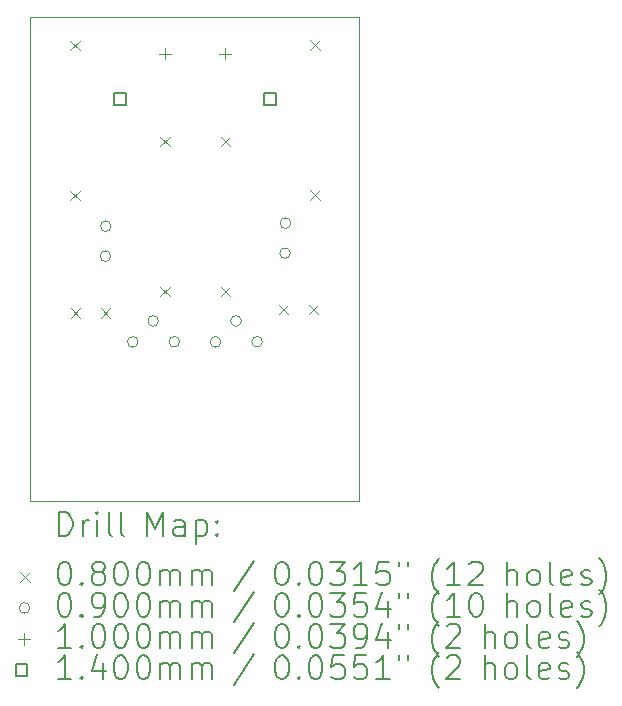
<source format=gbr>
%TF.GenerationSoftware,KiCad,Pcbnew,(7.0.0)*%
%TF.CreationDate,2023-03-16T10:53:54+00:00*%
%TF.ProjectId,kit-soldadura-pcb,6b69742d-736f-46c6-9461-647572612d70,rev?*%
%TF.SameCoordinates,Original*%
%TF.FileFunction,Drillmap*%
%TF.FilePolarity,Positive*%
%FSLAX45Y45*%
G04 Gerber Fmt 4.5, Leading zero omitted, Abs format (unit mm)*
G04 Created by KiCad (PCBNEW (7.0.0)) date 2023-03-16 10:53:54*
%MOMM*%
%LPD*%
G01*
G04 APERTURE LIST*
%ADD10C,0.100000*%
%ADD11C,0.200000*%
%ADD12C,0.080000*%
%ADD13C,0.090000*%
%ADD14C,0.140000*%
G04 APERTURE END LIST*
D10*
X13530000Y-7651614D02*
X16312000Y-7651614D01*
X16312000Y-7651614D02*
X16312000Y-11743614D01*
X16312000Y-11743614D02*
X13530000Y-11743614D01*
X13530000Y-11743614D02*
X13530000Y-7651614D01*
D11*
D12*
X13867000Y-7852614D02*
X13947000Y-7932614D01*
X13947000Y-7852614D02*
X13867000Y-7932614D01*
X13867000Y-9122614D02*
X13947000Y-9202614D01*
X13947000Y-9122614D02*
X13867000Y-9202614D01*
X13872080Y-10114287D02*
X13952080Y-10194287D01*
X13952080Y-10114287D02*
X13872080Y-10194287D01*
X14124508Y-10114287D02*
X14204508Y-10194287D01*
X14204508Y-10114287D02*
X14124508Y-10194287D01*
X14629000Y-8662678D02*
X14709000Y-8742678D01*
X14709000Y-8662678D02*
X14629000Y-8742678D01*
X14629000Y-9932678D02*
X14709000Y-10012678D01*
X14709000Y-9932678D02*
X14629000Y-10012678D01*
X15141338Y-8662275D02*
X15221338Y-8742275D01*
X15221338Y-8662275D02*
X15141338Y-8742275D01*
X15141338Y-9932275D02*
X15221338Y-10012275D01*
X15221338Y-9932275D02*
X15141338Y-10012275D01*
X15634412Y-10086000D02*
X15714412Y-10166000D01*
X15714412Y-10086000D02*
X15634412Y-10166000D01*
X15886839Y-10086000D02*
X15966839Y-10166000D01*
X15966839Y-10086000D02*
X15886839Y-10166000D01*
X15901500Y-7845007D02*
X15981500Y-7925007D01*
X15981500Y-7845007D02*
X15901500Y-7925007D01*
X15901500Y-9115007D02*
X15981500Y-9195007D01*
X15981500Y-9115007D02*
X15901500Y-9195007D01*
D13*
X14210093Y-9673907D02*
G75*
G03*
X14210093Y-9673907I-45000J0D01*
G01*
X14213427Y-9419907D02*
G75*
G03*
X14213427Y-9419907I-45000J0D01*
G01*
X14441613Y-10400137D02*
G75*
G03*
X14441613Y-10400137I-45000J0D01*
G01*
X14614783Y-10222450D02*
G75*
G03*
X14614783Y-10222450I-45000J0D01*
G01*
X14793976Y-10398632D02*
G75*
G03*
X14793976Y-10398632I-45000J0D01*
G01*
X15142499Y-10400137D02*
G75*
G03*
X15142499Y-10400137I-45000J0D01*
G01*
X15315669Y-10222450D02*
G75*
G03*
X15315669Y-10222450I-45000J0D01*
G01*
X15494862Y-10398632D02*
G75*
G03*
X15494862Y-10398632I-45000J0D01*
G01*
X15731613Y-9648614D02*
G75*
G03*
X15731613Y-9648614I-45000J0D01*
G01*
X15734947Y-9394614D02*
G75*
G03*
X15734947Y-9394614I-45000J0D01*
G01*
D10*
X14669000Y-7908614D02*
X14669000Y-8008614D01*
X14619000Y-7958614D02*
X14719000Y-7958614D01*
X15177000Y-7908614D02*
X15177000Y-8008614D01*
X15127000Y-7958614D02*
X15227000Y-7958614D01*
D14*
X14337498Y-8394112D02*
X14337498Y-8295116D01*
X14238502Y-8295116D01*
X14238502Y-8394112D01*
X14337498Y-8394112D01*
X15607498Y-8394112D02*
X15607498Y-8295116D01*
X15508502Y-8295116D01*
X15508502Y-8394112D01*
X15607498Y-8394112D01*
D11*
X13772619Y-12042090D02*
X13772619Y-11842090D01*
X13772619Y-11842090D02*
X13820238Y-11842090D01*
X13820238Y-11842090D02*
X13848809Y-11851614D01*
X13848809Y-11851614D02*
X13867857Y-11870661D01*
X13867857Y-11870661D02*
X13877381Y-11889709D01*
X13877381Y-11889709D02*
X13886905Y-11927804D01*
X13886905Y-11927804D02*
X13886905Y-11956376D01*
X13886905Y-11956376D02*
X13877381Y-11994471D01*
X13877381Y-11994471D02*
X13867857Y-12013518D01*
X13867857Y-12013518D02*
X13848809Y-12032566D01*
X13848809Y-12032566D02*
X13820238Y-12042090D01*
X13820238Y-12042090D02*
X13772619Y-12042090D01*
X13972619Y-12042090D02*
X13972619Y-11908756D01*
X13972619Y-11946852D02*
X13982143Y-11927804D01*
X13982143Y-11927804D02*
X13991667Y-11918280D01*
X13991667Y-11918280D02*
X14010714Y-11908756D01*
X14010714Y-11908756D02*
X14029762Y-11908756D01*
X14096428Y-12042090D02*
X14096428Y-11908756D01*
X14096428Y-11842090D02*
X14086905Y-11851614D01*
X14086905Y-11851614D02*
X14096428Y-11861137D01*
X14096428Y-11861137D02*
X14105952Y-11851614D01*
X14105952Y-11851614D02*
X14096428Y-11842090D01*
X14096428Y-11842090D02*
X14096428Y-11861137D01*
X14220238Y-12042090D02*
X14201190Y-12032566D01*
X14201190Y-12032566D02*
X14191667Y-12013518D01*
X14191667Y-12013518D02*
X14191667Y-11842090D01*
X14325000Y-12042090D02*
X14305952Y-12032566D01*
X14305952Y-12032566D02*
X14296428Y-12013518D01*
X14296428Y-12013518D02*
X14296428Y-11842090D01*
X14521190Y-12042090D02*
X14521190Y-11842090D01*
X14521190Y-11842090D02*
X14587857Y-11984947D01*
X14587857Y-11984947D02*
X14654524Y-11842090D01*
X14654524Y-11842090D02*
X14654524Y-12042090D01*
X14835476Y-12042090D02*
X14835476Y-11937328D01*
X14835476Y-11937328D02*
X14825952Y-11918280D01*
X14825952Y-11918280D02*
X14806905Y-11908756D01*
X14806905Y-11908756D02*
X14768809Y-11908756D01*
X14768809Y-11908756D02*
X14749762Y-11918280D01*
X14835476Y-12032566D02*
X14816428Y-12042090D01*
X14816428Y-12042090D02*
X14768809Y-12042090D01*
X14768809Y-12042090D02*
X14749762Y-12032566D01*
X14749762Y-12032566D02*
X14740238Y-12013518D01*
X14740238Y-12013518D02*
X14740238Y-11994471D01*
X14740238Y-11994471D02*
X14749762Y-11975423D01*
X14749762Y-11975423D02*
X14768809Y-11965899D01*
X14768809Y-11965899D02*
X14816428Y-11965899D01*
X14816428Y-11965899D02*
X14835476Y-11956376D01*
X14930714Y-11908756D02*
X14930714Y-12108756D01*
X14930714Y-11918280D02*
X14949762Y-11908756D01*
X14949762Y-11908756D02*
X14987857Y-11908756D01*
X14987857Y-11908756D02*
X15006905Y-11918280D01*
X15006905Y-11918280D02*
X15016428Y-11927804D01*
X15016428Y-11927804D02*
X15025952Y-11946852D01*
X15025952Y-11946852D02*
X15025952Y-12003995D01*
X15025952Y-12003995D02*
X15016428Y-12023042D01*
X15016428Y-12023042D02*
X15006905Y-12032566D01*
X15006905Y-12032566D02*
X14987857Y-12042090D01*
X14987857Y-12042090D02*
X14949762Y-12042090D01*
X14949762Y-12042090D02*
X14930714Y-12032566D01*
X15111667Y-12023042D02*
X15121190Y-12032566D01*
X15121190Y-12032566D02*
X15111667Y-12042090D01*
X15111667Y-12042090D02*
X15102143Y-12032566D01*
X15102143Y-12032566D02*
X15111667Y-12023042D01*
X15111667Y-12023042D02*
X15111667Y-12042090D01*
X15111667Y-11918280D02*
X15121190Y-11927804D01*
X15121190Y-11927804D02*
X15111667Y-11937328D01*
X15111667Y-11937328D02*
X15102143Y-11927804D01*
X15102143Y-11927804D02*
X15111667Y-11918280D01*
X15111667Y-11918280D02*
X15111667Y-11937328D01*
D12*
X13445000Y-12348614D02*
X13525000Y-12428614D01*
X13525000Y-12348614D02*
X13445000Y-12428614D01*
D11*
X13810714Y-12262090D02*
X13829762Y-12262090D01*
X13829762Y-12262090D02*
X13848809Y-12271614D01*
X13848809Y-12271614D02*
X13858333Y-12281137D01*
X13858333Y-12281137D02*
X13867857Y-12300185D01*
X13867857Y-12300185D02*
X13877381Y-12338280D01*
X13877381Y-12338280D02*
X13877381Y-12385899D01*
X13877381Y-12385899D02*
X13867857Y-12423995D01*
X13867857Y-12423995D02*
X13858333Y-12443042D01*
X13858333Y-12443042D02*
X13848809Y-12452566D01*
X13848809Y-12452566D02*
X13829762Y-12462090D01*
X13829762Y-12462090D02*
X13810714Y-12462090D01*
X13810714Y-12462090D02*
X13791667Y-12452566D01*
X13791667Y-12452566D02*
X13782143Y-12443042D01*
X13782143Y-12443042D02*
X13772619Y-12423995D01*
X13772619Y-12423995D02*
X13763095Y-12385899D01*
X13763095Y-12385899D02*
X13763095Y-12338280D01*
X13763095Y-12338280D02*
X13772619Y-12300185D01*
X13772619Y-12300185D02*
X13782143Y-12281137D01*
X13782143Y-12281137D02*
X13791667Y-12271614D01*
X13791667Y-12271614D02*
X13810714Y-12262090D01*
X13963095Y-12443042D02*
X13972619Y-12452566D01*
X13972619Y-12452566D02*
X13963095Y-12462090D01*
X13963095Y-12462090D02*
X13953571Y-12452566D01*
X13953571Y-12452566D02*
X13963095Y-12443042D01*
X13963095Y-12443042D02*
X13963095Y-12462090D01*
X14086905Y-12347804D02*
X14067857Y-12338280D01*
X14067857Y-12338280D02*
X14058333Y-12328756D01*
X14058333Y-12328756D02*
X14048809Y-12309709D01*
X14048809Y-12309709D02*
X14048809Y-12300185D01*
X14048809Y-12300185D02*
X14058333Y-12281137D01*
X14058333Y-12281137D02*
X14067857Y-12271614D01*
X14067857Y-12271614D02*
X14086905Y-12262090D01*
X14086905Y-12262090D02*
X14125000Y-12262090D01*
X14125000Y-12262090D02*
X14144048Y-12271614D01*
X14144048Y-12271614D02*
X14153571Y-12281137D01*
X14153571Y-12281137D02*
X14163095Y-12300185D01*
X14163095Y-12300185D02*
X14163095Y-12309709D01*
X14163095Y-12309709D02*
X14153571Y-12328756D01*
X14153571Y-12328756D02*
X14144048Y-12338280D01*
X14144048Y-12338280D02*
X14125000Y-12347804D01*
X14125000Y-12347804D02*
X14086905Y-12347804D01*
X14086905Y-12347804D02*
X14067857Y-12357328D01*
X14067857Y-12357328D02*
X14058333Y-12366852D01*
X14058333Y-12366852D02*
X14048809Y-12385899D01*
X14048809Y-12385899D02*
X14048809Y-12423995D01*
X14048809Y-12423995D02*
X14058333Y-12443042D01*
X14058333Y-12443042D02*
X14067857Y-12452566D01*
X14067857Y-12452566D02*
X14086905Y-12462090D01*
X14086905Y-12462090D02*
X14125000Y-12462090D01*
X14125000Y-12462090D02*
X14144048Y-12452566D01*
X14144048Y-12452566D02*
X14153571Y-12443042D01*
X14153571Y-12443042D02*
X14163095Y-12423995D01*
X14163095Y-12423995D02*
X14163095Y-12385899D01*
X14163095Y-12385899D02*
X14153571Y-12366852D01*
X14153571Y-12366852D02*
X14144048Y-12357328D01*
X14144048Y-12357328D02*
X14125000Y-12347804D01*
X14286905Y-12262090D02*
X14305952Y-12262090D01*
X14305952Y-12262090D02*
X14325000Y-12271614D01*
X14325000Y-12271614D02*
X14334524Y-12281137D01*
X14334524Y-12281137D02*
X14344048Y-12300185D01*
X14344048Y-12300185D02*
X14353571Y-12338280D01*
X14353571Y-12338280D02*
X14353571Y-12385899D01*
X14353571Y-12385899D02*
X14344048Y-12423995D01*
X14344048Y-12423995D02*
X14334524Y-12443042D01*
X14334524Y-12443042D02*
X14325000Y-12452566D01*
X14325000Y-12452566D02*
X14305952Y-12462090D01*
X14305952Y-12462090D02*
X14286905Y-12462090D01*
X14286905Y-12462090D02*
X14267857Y-12452566D01*
X14267857Y-12452566D02*
X14258333Y-12443042D01*
X14258333Y-12443042D02*
X14248809Y-12423995D01*
X14248809Y-12423995D02*
X14239286Y-12385899D01*
X14239286Y-12385899D02*
X14239286Y-12338280D01*
X14239286Y-12338280D02*
X14248809Y-12300185D01*
X14248809Y-12300185D02*
X14258333Y-12281137D01*
X14258333Y-12281137D02*
X14267857Y-12271614D01*
X14267857Y-12271614D02*
X14286905Y-12262090D01*
X14477381Y-12262090D02*
X14496429Y-12262090D01*
X14496429Y-12262090D02*
X14515476Y-12271614D01*
X14515476Y-12271614D02*
X14525000Y-12281137D01*
X14525000Y-12281137D02*
X14534524Y-12300185D01*
X14534524Y-12300185D02*
X14544048Y-12338280D01*
X14544048Y-12338280D02*
X14544048Y-12385899D01*
X14544048Y-12385899D02*
X14534524Y-12423995D01*
X14534524Y-12423995D02*
X14525000Y-12443042D01*
X14525000Y-12443042D02*
X14515476Y-12452566D01*
X14515476Y-12452566D02*
X14496429Y-12462090D01*
X14496429Y-12462090D02*
X14477381Y-12462090D01*
X14477381Y-12462090D02*
X14458333Y-12452566D01*
X14458333Y-12452566D02*
X14448809Y-12443042D01*
X14448809Y-12443042D02*
X14439286Y-12423995D01*
X14439286Y-12423995D02*
X14429762Y-12385899D01*
X14429762Y-12385899D02*
X14429762Y-12338280D01*
X14429762Y-12338280D02*
X14439286Y-12300185D01*
X14439286Y-12300185D02*
X14448809Y-12281137D01*
X14448809Y-12281137D02*
X14458333Y-12271614D01*
X14458333Y-12271614D02*
X14477381Y-12262090D01*
X14629762Y-12462090D02*
X14629762Y-12328756D01*
X14629762Y-12347804D02*
X14639286Y-12338280D01*
X14639286Y-12338280D02*
X14658333Y-12328756D01*
X14658333Y-12328756D02*
X14686905Y-12328756D01*
X14686905Y-12328756D02*
X14705952Y-12338280D01*
X14705952Y-12338280D02*
X14715476Y-12357328D01*
X14715476Y-12357328D02*
X14715476Y-12462090D01*
X14715476Y-12357328D02*
X14725000Y-12338280D01*
X14725000Y-12338280D02*
X14744048Y-12328756D01*
X14744048Y-12328756D02*
X14772619Y-12328756D01*
X14772619Y-12328756D02*
X14791667Y-12338280D01*
X14791667Y-12338280D02*
X14801190Y-12357328D01*
X14801190Y-12357328D02*
X14801190Y-12462090D01*
X14896429Y-12462090D02*
X14896429Y-12328756D01*
X14896429Y-12347804D02*
X14905952Y-12338280D01*
X14905952Y-12338280D02*
X14925000Y-12328756D01*
X14925000Y-12328756D02*
X14953571Y-12328756D01*
X14953571Y-12328756D02*
X14972619Y-12338280D01*
X14972619Y-12338280D02*
X14982143Y-12357328D01*
X14982143Y-12357328D02*
X14982143Y-12462090D01*
X14982143Y-12357328D02*
X14991667Y-12338280D01*
X14991667Y-12338280D02*
X15010714Y-12328756D01*
X15010714Y-12328756D02*
X15039286Y-12328756D01*
X15039286Y-12328756D02*
X15058333Y-12338280D01*
X15058333Y-12338280D02*
X15067857Y-12357328D01*
X15067857Y-12357328D02*
X15067857Y-12462090D01*
X15425952Y-12252566D02*
X15254524Y-12509709D01*
X15650714Y-12262090D02*
X15669762Y-12262090D01*
X15669762Y-12262090D02*
X15688810Y-12271614D01*
X15688810Y-12271614D02*
X15698333Y-12281137D01*
X15698333Y-12281137D02*
X15707857Y-12300185D01*
X15707857Y-12300185D02*
X15717381Y-12338280D01*
X15717381Y-12338280D02*
X15717381Y-12385899D01*
X15717381Y-12385899D02*
X15707857Y-12423995D01*
X15707857Y-12423995D02*
X15698333Y-12443042D01*
X15698333Y-12443042D02*
X15688810Y-12452566D01*
X15688810Y-12452566D02*
X15669762Y-12462090D01*
X15669762Y-12462090D02*
X15650714Y-12462090D01*
X15650714Y-12462090D02*
X15631667Y-12452566D01*
X15631667Y-12452566D02*
X15622143Y-12443042D01*
X15622143Y-12443042D02*
X15612619Y-12423995D01*
X15612619Y-12423995D02*
X15603095Y-12385899D01*
X15603095Y-12385899D02*
X15603095Y-12338280D01*
X15603095Y-12338280D02*
X15612619Y-12300185D01*
X15612619Y-12300185D02*
X15622143Y-12281137D01*
X15622143Y-12281137D02*
X15631667Y-12271614D01*
X15631667Y-12271614D02*
X15650714Y-12262090D01*
X15803095Y-12443042D02*
X15812619Y-12452566D01*
X15812619Y-12452566D02*
X15803095Y-12462090D01*
X15803095Y-12462090D02*
X15793571Y-12452566D01*
X15793571Y-12452566D02*
X15803095Y-12443042D01*
X15803095Y-12443042D02*
X15803095Y-12462090D01*
X15936429Y-12262090D02*
X15955476Y-12262090D01*
X15955476Y-12262090D02*
X15974524Y-12271614D01*
X15974524Y-12271614D02*
X15984048Y-12281137D01*
X15984048Y-12281137D02*
X15993571Y-12300185D01*
X15993571Y-12300185D02*
X16003095Y-12338280D01*
X16003095Y-12338280D02*
X16003095Y-12385899D01*
X16003095Y-12385899D02*
X15993571Y-12423995D01*
X15993571Y-12423995D02*
X15984048Y-12443042D01*
X15984048Y-12443042D02*
X15974524Y-12452566D01*
X15974524Y-12452566D02*
X15955476Y-12462090D01*
X15955476Y-12462090D02*
X15936429Y-12462090D01*
X15936429Y-12462090D02*
X15917381Y-12452566D01*
X15917381Y-12452566D02*
X15907857Y-12443042D01*
X15907857Y-12443042D02*
X15898333Y-12423995D01*
X15898333Y-12423995D02*
X15888810Y-12385899D01*
X15888810Y-12385899D02*
X15888810Y-12338280D01*
X15888810Y-12338280D02*
X15898333Y-12300185D01*
X15898333Y-12300185D02*
X15907857Y-12281137D01*
X15907857Y-12281137D02*
X15917381Y-12271614D01*
X15917381Y-12271614D02*
X15936429Y-12262090D01*
X16069762Y-12262090D02*
X16193571Y-12262090D01*
X16193571Y-12262090D02*
X16126905Y-12338280D01*
X16126905Y-12338280D02*
X16155476Y-12338280D01*
X16155476Y-12338280D02*
X16174524Y-12347804D01*
X16174524Y-12347804D02*
X16184048Y-12357328D01*
X16184048Y-12357328D02*
X16193571Y-12376376D01*
X16193571Y-12376376D02*
X16193571Y-12423995D01*
X16193571Y-12423995D02*
X16184048Y-12443042D01*
X16184048Y-12443042D02*
X16174524Y-12452566D01*
X16174524Y-12452566D02*
X16155476Y-12462090D01*
X16155476Y-12462090D02*
X16098333Y-12462090D01*
X16098333Y-12462090D02*
X16079286Y-12452566D01*
X16079286Y-12452566D02*
X16069762Y-12443042D01*
X16384048Y-12462090D02*
X16269762Y-12462090D01*
X16326905Y-12462090D02*
X16326905Y-12262090D01*
X16326905Y-12262090D02*
X16307857Y-12290661D01*
X16307857Y-12290661D02*
X16288810Y-12309709D01*
X16288810Y-12309709D02*
X16269762Y-12319233D01*
X16565000Y-12262090D02*
X16469762Y-12262090D01*
X16469762Y-12262090D02*
X16460238Y-12357328D01*
X16460238Y-12357328D02*
X16469762Y-12347804D01*
X16469762Y-12347804D02*
X16488810Y-12338280D01*
X16488810Y-12338280D02*
X16536429Y-12338280D01*
X16536429Y-12338280D02*
X16555476Y-12347804D01*
X16555476Y-12347804D02*
X16565000Y-12357328D01*
X16565000Y-12357328D02*
X16574524Y-12376376D01*
X16574524Y-12376376D02*
X16574524Y-12423995D01*
X16574524Y-12423995D02*
X16565000Y-12443042D01*
X16565000Y-12443042D02*
X16555476Y-12452566D01*
X16555476Y-12452566D02*
X16536429Y-12462090D01*
X16536429Y-12462090D02*
X16488810Y-12462090D01*
X16488810Y-12462090D02*
X16469762Y-12452566D01*
X16469762Y-12452566D02*
X16460238Y-12443042D01*
X16650714Y-12262090D02*
X16650714Y-12300185D01*
X16726905Y-12262090D02*
X16726905Y-12300185D01*
X16989762Y-12538280D02*
X16980238Y-12528756D01*
X16980238Y-12528756D02*
X16961191Y-12500185D01*
X16961191Y-12500185D02*
X16951667Y-12481137D01*
X16951667Y-12481137D02*
X16942143Y-12452566D01*
X16942143Y-12452566D02*
X16932619Y-12404947D01*
X16932619Y-12404947D02*
X16932619Y-12366852D01*
X16932619Y-12366852D02*
X16942143Y-12319233D01*
X16942143Y-12319233D02*
X16951667Y-12290661D01*
X16951667Y-12290661D02*
X16961191Y-12271614D01*
X16961191Y-12271614D02*
X16980238Y-12243042D01*
X16980238Y-12243042D02*
X16989762Y-12233518D01*
X17170714Y-12462090D02*
X17056429Y-12462090D01*
X17113572Y-12462090D02*
X17113572Y-12262090D01*
X17113572Y-12262090D02*
X17094524Y-12290661D01*
X17094524Y-12290661D02*
X17075476Y-12309709D01*
X17075476Y-12309709D02*
X17056429Y-12319233D01*
X17246905Y-12281137D02*
X17256429Y-12271614D01*
X17256429Y-12271614D02*
X17275476Y-12262090D01*
X17275476Y-12262090D02*
X17323095Y-12262090D01*
X17323095Y-12262090D02*
X17342143Y-12271614D01*
X17342143Y-12271614D02*
X17351667Y-12281137D01*
X17351667Y-12281137D02*
X17361191Y-12300185D01*
X17361191Y-12300185D02*
X17361191Y-12319233D01*
X17361191Y-12319233D02*
X17351667Y-12347804D01*
X17351667Y-12347804D02*
X17237381Y-12462090D01*
X17237381Y-12462090D02*
X17361191Y-12462090D01*
X17566905Y-12462090D02*
X17566905Y-12262090D01*
X17652619Y-12462090D02*
X17652619Y-12357328D01*
X17652619Y-12357328D02*
X17643095Y-12338280D01*
X17643095Y-12338280D02*
X17624048Y-12328756D01*
X17624048Y-12328756D02*
X17595476Y-12328756D01*
X17595476Y-12328756D02*
X17576429Y-12338280D01*
X17576429Y-12338280D02*
X17566905Y-12347804D01*
X17776429Y-12462090D02*
X17757381Y-12452566D01*
X17757381Y-12452566D02*
X17747857Y-12443042D01*
X17747857Y-12443042D02*
X17738334Y-12423995D01*
X17738334Y-12423995D02*
X17738334Y-12366852D01*
X17738334Y-12366852D02*
X17747857Y-12347804D01*
X17747857Y-12347804D02*
X17757381Y-12338280D01*
X17757381Y-12338280D02*
X17776429Y-12328756D01*
X17776429Y-12328756D02*
X17805000Y-12328756D01*
X17805000Y-12328756D02*
X17824048Y-12338280D01*
X17824048Y-12338280D02*
X17833572Y-12347804D01*
X17833572Y-12347804D02*
X17843095Y-12366852D01*
X17843095Y-12366852D02*
X17843095Y-12423995D01*
X17843095Y-12423995D02*
X17833572Y-12443042D01*
X17833572Y-12443042D02*
X17824048Y-12452566D01*
X17824048Y-12452566D02*
X17805000Y-12462090D01*
X17805000Y-12462090D02*
X17776429Y-12462090D01*
X17957381Y-12462090D02*
X17938334Y-12452566D01*
X17938334Y-12452566D02*
X17928810Y-12433518D01*
X17928810Y-12433518D02*
X17928810Y-12262090D01*
X18109762Y-12452566D02*
X18090715Y-12462090D01*
X18090715Y-12462090D02*
X18052619Y-12462090D01*
X18052619Y-12462090D02*
X18033572Y-12452566D01*
X18033572Y-12452566D02*
X18024048Y-12433518D01*
X18024048Y-12433518D02*
X18024048Y-12357328D01*
X18024048Y-12357328D02*
X18033572Y-12338280D01*
X18033572Y-12338280D02*
X18052619Y-12328756D01*
X18052619Y-12328756D02*
X18090715Y-12328756D01*
X18090715Y-12328756D02*
X18109762Y-12338280D01*
X18109762Y-12338280D02*
X18119286Y-12357328D01*
X18119286Y-12357328D02*
X18119286Y-12376376D01*
X18119286Y-12376376D02*
X18024048Y-12395423D01*
X18195476Y-12452566D02*
X18214524Y-12462090D01*
X18214524Y-12462090D02*
X18252619Y-12462090D01*
X18252619Y-12462090D02*
X18271667Y-12452566D01*
X18271667Y-12452566D02*
X18281191Y-12433518D01*
X18281191Y-12433518D02*
X18281191Y-12423995D01*
X18281191Y-12423995D02*
X18271667Y-12404947D01*
X18271667Y-12404947D02*
X18252619Y-12395423D01*
X18252619Y-12395423D02*
X18224048Y-12395423D01*
X18224048Y-12395423D02*
X18205000Y-12385899D01*
X18205000Y-12385899D02*
X18195476Y-12366852D01*
X18195476Y-12366852D02*
X18195476Y-12357328D01*
X18195476Y-12357328D02*
X18205000Y-12338280D01*
X18205000Y-12338280D02*
X18224048Y-12328756D01*
X18224048Y-12328756D02*
X18252619Y-12328756D01*
X18252619Y-12328756D02*
X18271667Y-12338280D01*
X18347857Y-12538280D02*
X18357381Y-12528756D01*
X18357381Y-12528756D02*
X18376429Y-12500185D01*
X18376429Y-12500185D02*
X18385953Y-12481137D01*
X18385953Y-12481137D02*
X18395476Y-12452566D01*
X18395476Y-12452566D02*
X18405000Y-12404947D01*
X18405000Y-12404947D02*
X18405000Y-12366852D01*
X18405000Y-12366852D02*
X18395476Y-12319233D01*
X18395476Y-12319233D02*
X18385953Y-12290661D01*
X18385953Y-12290661D02*
X18376429Y-12271614D01*
X18376429Y-12271614D02*
X18357381Y-12243042D01*
X18357381Y-12243042D02*
X18347857Y-12233518D01*
D13*
X13525000Y-12652614D02*
G75*
G03*
X13525000Y-12652614I-45000J0D01*
G01*
D11*
X13810714Y-12526090D02*
X13829762Y-12526090D01*
X13829762Y-12526090D02*
X13848809Y-12535614D01*
X13848809Y-12535614D02*
X13858333Y-12545137D01*
X13858333Y-12545137D02*
X13867857Y-12564185D01*
X13867857Y-12564185D02*
X13877381Y-12602280D01*
X13877381Y-12602280D02*
X13877381Y-12649899D01*
X13877381Y-12649899D02*
X13867857Y-12687995D01*
X13867857Y-12687995D02*
X13858333Y-12707042D01*
X13858333Y-12707042D02*
X13848809Y-12716566D01*
X13848809Y-12716566D02*
X13829762Y-12726090D01*
X13829762Y-12726090D02*
X13810714Y-12726090D01*
X13810714Y-12726090D02*
X13791667Y-12716566D01*
X13791667Y-12716566D02*
X13782143Y-12707042D01*
X13782143Y-12707042D02*
X13772619Y-12687995D01*
X13772619Y-12687995D02*
X13763095Y-12649899D01*
X13763095Y-12649899D02*
X13763095Y-12602280D01*
X13763095Y-12602280D02*
X13772619Y-12564185D01*
X13772619Y-12564185D02*
X13782143Y-12545137D01*
X13782143Y-12545137D02*
X13791667Y-12535614D01*
X13791667Y-12535614D02*
X13810714Y-12526090D01*
X13963095Y-12707042D02*
X13972619Y-12716566D01*
X13972619Y-12716566D02*
X13963095Y-12726090D01*
X13963095Y-12726090D02*
X13953571Y-12716566D01*
X13953571Y-12716566D02*
X13963095Y-12707042D01*
X13963095Y-12707042D02*
X13963095Y-12726090D01*
X14067857Y-12726090D02*
X14105952Y-12726090D01*
X14105952Y-12726090D02*
X14125000Y-12716566D01*
X14125000Y-12716566D02*
X14134524Y-12707042D01*
X14134524Y-12707042D02*
X14153571Y-12678471D01*
X14153571Y-12678471D02*
X14163095Y-12640376D01*
X14163095Y-12640376D02*
X14163095Y-12564185D01*
X14163095Y-12564185D02*
X14153571Y-12545137D01*
X14153571Y-12545137D02*
X14144048Y-12535614D01*
X14144048Y-12535614D02*
X14125000Y-12526090D01*
X14125000Y-12526090D02*
X14086905Y-12526090D01*
X14086905Y-12526090D02*
X14067857Y-12535614D01*
X14067857Y-12535614D02*
X14058333Y-12545137D01*
X14058333Y-12545137D02*
X14048809Y-12564185D01*
X14048809Y-12564185D02*
X14048809Y-12611804D01*
X14048809Y-12611804D02*
X14058333Y-12630852D01*
X14058333Y-12630852D02*
X14067857Y-12640376D01*
X14067857Y-12640376D02*
X14086905Y-12649899D01*
X14086905Y-12649899D02*
X14125000Y-12649899D01*
X14125000Y-12649899D02*
X14144048Y-12640376D01*
X14144048Y-12640376D02*
X14153571Y-12630852D01*
X14153571Y-12630852D02*
X14163095Y-12611804D01*
X14286905Y-12526090D02*
X14305952Y-12526090D01*
X14305952Y-12526090D02*
X14325000Y-12535614D01*
X14325000Y-12535614D02*
X14334524Y-12545137D01*
X14334524Y-12545137D02*
X14344048Y-12564185D01*
X14344048Y-12564185D02*
X14353571Y-12602280D01*
X14353571Y-12602280D02*
X14353571Y-12649899D01*
X14353571Y-12649899D02*
X14344048Y-12687995D01*
X14344048Y-12687995D02*
X14334524Y-12707042D01*
X14334524Y-12707042D02*
X14325000Y-12716566D01*
X14325000Y-12716566D02*
X14305952Y-12726090D01*
X14305952Y-12726090D02*
X14286905Y-12726090D01*
X14286905Y-12726090D02*
X14267857Y-12716566D01*
X14267857Y-12716566D02*
X14258333Y-12707042D01*
X14258333Y-12707042D02*
X14248809Y-12687995D01*
X14248809Y-12687995D02*
X14239286Y-12649899D01*
X14239286Y-12649899D02*
X14239286Y-12602280D01*
X14239286Y-12602280D02*
X14248809Y-12564185D01*
X14248809Y-12564185D02*
X14258333Y-12545137D01*
X14258333Y-12545137D02*
X14267857Y-12535614D01*
X14267857Y-12535614D02*
X14286905Y-12526090D01*
X14477381Y-12526090D02*
X14496429Y-12526090D01*
X14496429Y-12526090D02*
X14515476Y-12535614D01*
X14515476Y-12535614D02*
X14525000Y-12545137D01*
X14525000Y-12545137D02*
X14534524Y-12564185D01*
X14534524Y-12564185D02*
X14544048Y-12602280D01*
X14544048Y-12602280D02*
X14544048Y-12649899D01*
X14544048Y-12649899D02*
X14534524Y-12687995D01*
X14534524Y-12687995D02*
X14525000Y-12707042D01*
X14525000Y-12707042D02*
X14515476Y-12716566D01*
X14515476Y-12716566D02*
X14496429Y-12726090D01*
X14496429Y-12726090D02*
X14477381Y-12726090D01*
X14477381Y-12726090D02*
X14458333Y-12716566D01*
X14458333Y-12716566D02*
X14448809Y-12707042D01*
X14448809Y-12707042D02*
X14439286Y-12687995D01*
X14439286Y-12687995D02*
X14429762Y-12649899D01*
X14429762Y-12649899D02*
X14429762Y-12602280D01*
X14429762Y-12602280D02*
X14439286Y-12564185D01*
X14439286Y-12564185D02*
X14448809Y-12545137D01*
X14448809Y-12545137D02*
X14458333Y-12535614D01*
X14458333Y-12535614D02*
X14477381Y-12526090D01*
X14629762Y-12726090D02*
X14629762Y-12592756D01*
X14629762Y-12611804D02*
X14639286Y-12602280D01*
X14639286Y-12602280D02*
X14658333Y-12592756D01*
X14658333Y-12592756D02*
X14686905Y-12592756D01*
X14686905Y-12592756D02*
X14705952Y-12602280D01*
X14705952Y-12602280D02*
X14715476Y-12621328D01*
X14715476Y-12621328D02*
X14715476Y-12726090D01*
X14715476Y-12621328D02*
X14725000Y-12602280D01*
X14725000Y-12602280D02*
X14744048Y-12592756D01*
X14744048Y-12592756D02*
X14772619Y-12592756D01*
X14772619Y-12592756D02*
X14791667Y-12602280D01*
X14791667Y-12602280D02*
X14801190Y-12621328D01*
X14801190Y-12621328D02*
X14801190Y-12726090D01*
X14896429Y-12726090D02*
X14896429Y-12592756D01*
X14896429Y-12611804D02*
X14905952Y-12602280D01*
X14905952Y-12602280D02*
X14925000Y-12592756D01*
X14925000Y-12592756D02*
X14953571Y-12592756D01*
X14953571Y-12592756D02*
X14972619Y-12602280D01*
X14972619Y-12602280D02*
X14982143Y-12621328D01*
X14982143Y-12621328D02*
X14982143Y-12726090D01*
X14982143Y-12621328D02*
X14991667Y-12602280D01*
X14991667Y-12602280D02*
X15010714Y-12592756D01*
X15010714Y-12592756D02*
X15039286Y-12592756D01*
X15039286Y-12592756D02*
X15058333Y-12602280D01*
X15058333Y-12602280D02*
X15067857Y-12621328D01*
X15067857Y-12621328D02*
X15067857Y-12726090D01*
X15425952Y-12516566D02*
X15254524Y-12773709D01*
X15650714Y-12526090D02*
X15669762Y-12526090D01*
X15669762Y-12526090D02*
X15688810Y-12535614D01*
X15688810Y-12535614D02*
X15698333Y-12545137D01*
X15698333Y-12545137D02*
X15707857Y-12564185D01*
X15707857Y-12564185D02*
X15717381Y-12602280D01*
X15717381Y-12602280D02*
X15717381Y-12649899D01*
X15717381Y-12649899D02*
X15707857Y-12687995D01*
X15707857Y-12687995D02*
X15698333Y-12707042D01*
X15698333Y-12707042D02*
X15688810Y-12716566D01*
X15688810Y-12716566D02*
X15669762Y-12726090D01*
X15669762Y-12726090D02*
X15650714Y-12726090D01*
X15650714Y-12726090D02*
X15631667Y-12716566D01*
X15631667Y-12716566D02*
X15622143Y-12707042D01*
X15622143Y-12707042D02*
X15612619Y-12687995D01*
X15612619Y-12687995D02*
X15603095Y-12649899D01*
X15603095Y-12649899D02*
X15603095Y-12602280D01*
X15603095Y-12602280D02*
X15612619Y-12564185D01*
X15612619Y-12564185D02*
X15622143Y-12545137D01*
X15622143Y-12545137D02*
X15631667Y-12535614D01*
X15631667Y-12535614D02*
X15650714Y-12526090D01*
X15803095Y-12707042D02*
X15812619Y-12716566D01*
X15812619Y-12716566D02*
X15803095Y-12726090D01*
X15803095Y-12726090D02*
X15793571Y-12716566D01*
X15793571Y-12716566D02*
X15803095Y-12707042D01*
X15803095Y-12707042D02*
X15803095Y-12726090D01*
X15936429Y-12526090D02*
X15955476Y-12526090D01*
X15955476Y-12526090D02*
X15974524Y-12535614D01*
X15974524Y-12535614D02*
X15984048Y-12545137D01*
X15984048Y-12545137D02*
X15993571Y-12564185D01*
X15993571Y-12564185D02*
X16003095Y-12602280D01*
X16003095Y-12602280D02*
X16003095Y-12649899D01*
X16003095Y-12649899D02*
X15993571Y-12687995D01*
X15993571Y-12687995D02*
X15984048Y-12707042D01*
X15984048Y-12707042D02*
X15974524Y-12716566D01*
X15974524Y-12716566D02*
X15955476Y-12726090D01*
X15955476Y-12726090D02*
X15936429Y-12726090D01*
X15936429Y-12726090D02*
X15917381Y-12716566D01*
X15917381Y-12716566D02*
X15907857Y-12707042D01*
X15907857Y-12707042D02*
X15898333Y-12687995D01*
X15898333Y-12687995D02*
X15888810Y-12649899D01*
X15888810Y-12649899D02*
X15888810Y-12602280D01*
X15888810Y-12602280D02*
X15898333Y-12564185D01*
X15898333Y-12564185D02*
X15907857Y-12545137D01*
X15907857Y-12545137D02*
X15917381Y-12535614D01*
X15917381Y-12535614D02*
X15936429Y-12526090D01*
X16069762Y-12526090D02*
X16193571Y-12526090D01*
X16193571Y-12526090D02*
X16126905Y-12602280D01*
X16126905Y-12602280D02*
X16155476Y-12602280D01*
X16155476Y-12602280D02*
X16174524Y-12611804D01*
X16174524Y-12611804D02*
X16184048Y-12621328D01*
X16184048Y-12621328D02*
X16193571Y-12640376D01*
X16193571Y-12640376D02*
X16193571Y-12687995D01*
X16193571Y-12687995D02*
X16184048Y-12707042D01*
X16184048Y-12707042D02*
X16174524Y-12716566D01*
X16174524Y-12716566D02*
X16155476Y-12726090D01*
X16155476Y-12726090D02*
X16098333Y-12726090D01*
X16098333Y-12726090D02*
X16079286Y-12716566D01*
X16079286Y-12716566D02*
X16069762Y-12707042D01*
X16374524Y-12526090D02*
X16279286Y-12526090D01*
X16279286Y-12526090D02*
X16269762Y-12621328D01*
X16269762Y-12621328D02*
X16279286Y-12611804D01*
X16279286Y-12611804D02*
X16298333Y-12602280D01*
X16298333Y-12602280D02*
X16345952Y-12602280D01*
X16345952Y-12602280D02*
X16365000Y-12611804D01*
X16365000Y-12611804D02*
X16374524Y-12621328D01*
X16374524Y-12621328D02*
X16384048Y-12640376D01*
X16384048Y-12640376D02*
X16384048Y-12687995D01*
X16384048Y-12687995D02*
X16374524Y-12707042D01*
X16374524Y-12707042D02*
X16365000Y-12716566D01*
X16365000Y-12716566D02*
X16345952Y-12726090D01*
X16345952Y-12726090D02*
X16298333Y-12726090D01*
X16298333Y-12726090D02*
X16279286Y-12716566D01*
X16279286Y-12716566D02*
X16269762Y-12707042D01*
X16555476Y-12592756D02*
X16555476Y-12726090D01*
X16507857Y-12516566D02*
X16460238Y-12659423D01*
X16460238Y-12659423D02*
X16584048Y-12659423D01*
X16650714Y-12526090D02*
X16650714Y-12564185D01*
X16726905Y-12526090D02*
X16726905Y-12564185D01*
X16989762Y-12802280D02*
X16980238Y-12792756D01*
X16980238Y-12792756D02*
X16961191Y-12764185D01*
X16961191Y-12764185D02*
X16951667Y-12745137D01*
X16951667Y-12745137D02*
X16942143Y-12716566D01*
X16942143Y-12716566D02*
X16932619Y-12668947D01*
X16932619Y-12668947D02*
X16932619Y-12630852D01*
X16932619Y-12630852D02*
X16942143Y-12583233D01*
X16942143Y-12583233D02*
X16951667Y-12554661D01*
X16951667Y-12554661D02*
X16961191Y-12535614D01*
X16961191Y-12535614D02*
X16980238Y-12507042D01*
X16980238Y-12507042D02*
X16989762Y-12497518D01*
X17170714Y-12726090D02*
X17056429Y-12726090D01*
X17113572Y-12726090D02*
X17113572Y-12526090D01*
X17113572Y-12526090D02*
X17094524Y-12554661D01*
X17094524Y-12554661D02*
X17075476Y-12573709D01*
X17075476Y-12573709D02*
X17056429Y-12583233D01*
X17294524Y-12526090D02*
X17313572Y-12526090D01*
X17313572Y-12526090D02*
X17332619Y-12535614D01*
X17332619Y-12535614D02*
X17342143Y-12545137D01*
X17342143Y-12545137D02*
X17351667Y-12564185D01*
X17351667Y-12564185D02*
X17361191Y-12602280D01*
X17361191Y-12602280D02*
X17361191Y-12649899D01*
X17361191Y-12649899D02*
X17351667Y-12687995D01*
X17351667Y-12687995D02*
X17342143Y-12707042D01*
X17342143Y-12707042D02*
X17332619Y-12716566D01*
X17332619Y-12716566D02*
X17313572Y-12726090D01*
X17313572Y-12726090D02*
X17294524Y-12726090D01*
X17294524Y-12726090D02*
X17275476Y-12716566D01*
X17275476Y-12716566D02*
X17265953Y-12707042D01*
X17265953Y-12707042D02*
X17256429Y-12687995D01*
X17256429Y-12687995D02*
X17246905Y-12649899D01*
X17246905Y-12649899D02*
X17246905Y-12602280D01*
X17246905Y-12602280D02*
X17256429Y-12564185D01*
X17256429Y-12564185D02*
X17265953Y-12545137D01*
X17265953Y-12545137D02*
X17275476Y-12535614D01*
X17275476Y-12535614D02*
X17294524Y-12526090D01*
X17566905Y-12726090D02*
X17566905Y-12526090D01*
X17652619Y-12726090D02*
X17652619Y-12621328D01*
X17652619Y-12621328D02*
X17643095Y-12602280D01*
X17643095Y-12602280D02*
X17624048Y-12592756D01*
X17624048Y-12592756D02*
X17595476Y-12592756D01*
X17595476Y-12592756D02*
X17576429Y-12602280D01*
X17576429Y-12602280D02*
X17566905Y-12611804D01*
X17776429Y-12726090D02*
X17757381Y-12716566D01*
X17757381Y-12716566D02*
X17747857Y-12707042D01*
X17747857Y-12707042D02*
X17738334Y-12687995D01*
X17738334Y-12687995D02*
X17738334Y-12630852D01*
X17738334Y-12630852D02*
X17747857Y-12611804D01*
X17747857Y-12611804D02*
X17757381Y-12602280D01*
X17757381Y-12602280D02*
X17776429Y-12592756D01*
X17776429Y-12592756D02*
X17805000Y-12592756D01*
X17805000Y-12592756D02*
X17824048Y-12602280D01*
X17824048Y-12602280D02*
X17833572Y-12611804D01*
X17833572Y-12611804D02*
X17843095Y-12630852D01*
X17843095Y-12630852D02*
X17843095Y-12687995D01*
X17843095Y-12687995D02*
X17833572Y-12707042D01*
X17833572Y-12707042D02*
X17824048Y-12716566D01*
X17824048Y-12716566D02*
X17805000Y-12726090D01*
X17805000Y-12726090D02*
X17776429Y-12726090D01*
X17957381Y-12726090D02*
X17938334Y-12716566D01*
X17938334Y-12716566D02*
X17928810Y-12697518D01*
X17928810Y-12697518D02*
X17928810Y-12526090D01*
X18109762Y-12716566D02*
X18090715Y-12726090D01*
X18090715Y-12726090D02*
X18052619Y-12726090D01*
X18052619Y-12726090D02*
X18033572Y-12716566D01*
X18033572Y-12716566D02*
X18024048Y-12697518D01*
X18024048Y-12697518D02*
X18024048Y-12621328D01*
X18024048Y-12621328D02*
X18033572Y-12602280D01*
X18033572Y-12602280D02*
X18052619Y-12592756D01*
X18052619Y-12592756D02*
X18090715Y-12592756D01*
X18090715Y-12592756D02*
X18109762Y-12602280D01*
X18109762Y-12602280D02*
X18119286Y-12621328D01*
X18119286Y-12621328D02*
X18119286Y-12640376D01*
X18119286Y-12640376D02*
X18024048Y-12659423D01*
X18195476Y-12716566D02*
X18214524Y-12726090D01*
X18214524Y-12726090D02*
X18252619Y-12726090D01*
X18252619Y-12726090D02*
X18271667Y-12716566D01*
X18271667Y-12716566D02*
X18281191Y-12697518D01*
X18281191Y-12697518D02*
X18281191Y-12687995D01*
X18281191Y-12687995D02*
X18271667Y-12668947D01*
X18271667Y-12668947D02*
X18252619Y-12659423D01*
X18252619Y-12659423D02*
X18224048Y-12659423D01*
X18224048Y-12659423D02*
X18205000Y-12649899D01*
X18205000Y-12649899D02*
X18195476Y-12630852D01*
X18195476Y-12630852D02*
X18195476Y-12621328D01*
X18195476Y-12621328D02*
X18205000Y-12602280D01*
X18205000Y-12602280D02*
X18224048Y-12592756D01*
X18224048Y-12592756D02*
X18252619Y-12592756D01*
X18252619Y-12592756D02*
X18271667Y-12602280D01*
X18347857Y-12802280D02*
X18357381Y-12792756D01*
X18357381Y-12792756D02*
X18376429Y-12764185D01*
X18376429Y-12764185D02*
X18385953Y-12745137D01*
X18385953Y-12745137D02*
X18395476Y-12716566D01*
X18395476Y-12716566D02*
X18405000Y-12668947D01*
X18405000Y-12668947D02*
X18405000Y-12630852D01*
X18405000Y-12630852D02*
X18395476Y-12583233D01*
X18395476Y-12583233D02*
X18385953Y-12554661D01*
X18385953Y-12554661D02*
X18376429Y-12535614D01*
X18376429Y-12535614D02*
X18357381Y-12507042D01*
X18357381Y-12507042D02*
X18347857Y-12497518D01*
D10*
X13475000Y-12866614D02*
X13475000Y-12966614D01*
X13425000Y-12916614D02*
X13525000Y-12916614D01*
D11*
X13877381Y-12990090D02*
X13763095Y-12990090D01*
X13820238Y-12990090D02*
X13820238Y-12790090D01*
X13820238Y-12790090D02*
X13801190Y-12818661D01*
X13801190Y-12818661D02*
X13782143Y-12837709D01*
X13782143Y-12837709D02*
X13763095Y-12847233D01*
X13963095Y-12971042D02*
X13972619Y-12980566D01*
X13972619Y-12980566D02*
X13963095Y-12990090D01*
X13963095Y-12990090D02*
X13953571Y-12980566D01*
X13953571Y-12980566D02*
X13963095Y-12971042D01*
X13963095Y-12971042D02*
X13963095Y-12990090D01*
X14096428Y-12790090D02*
X14115476Y-12790090D01*
X14115476Y-12790090D02*
X14134524Y-12799614D01*
X14134524Y-12799614D02*
X14144048Y-12809137D01*
X14144048Y-12809137D02*
X14153571Y-12828185D01*
X14153571Y-12828185D02*
X14163095Y-12866280D01*
X14163095Y-12866280D02*
X14163095Y-12913899D01*
X14163095Y-12913899D02*
X14153571Y-12951995D01*
X14153571Y-12951995D02*
X14144048Y-12971042D01*
X14144048Y-12971042D02*
X14134524Y-12980566D01*
X14134524Y-12980566D02*
X14115476Y-12990090D01*
X14115476Y-12990090D02*
X14096428Y-12990090D01*
X14096428Y-12990090D02*
X14077381Y-12980566D01*
X14077381Y-12980566D02*
X14067857Y-12971042D01*
X14067857Y-12971042D02*
X14058333Y-12951995D01*
X14058333Y-12951995D02*
X14048809Y-12913899D01*
X14048809Y-12913899D02*
X14048809Y-12866280D01*
X14048809Y-12866280D02*
X14058333Y-12828185D01*
X14058333Y-12828185D02*
X14067857Y-12809137D01*
X14067857Y-12809137D02*
X14077381Y-12799614D01*
X14077381Y-12799614D02*
X14096428Y-12790090D01*
X14286905Y-12790090D02*
X14305952Y-12790090D01*
X14305952Y-12790090D02*
X14325000Y-12799614D01*
X14325000Y-12799614D02*
X14334524Y-12809137D01*
X14334524Y-12809137D02*
X14344048Y-12828185D01*
X14344048Y-12828185D02*
X14353571Y-12866280D01*
X14353571Y-12866280D02*
X14353571Y-12913899D01*
X14353571Y-12913899D02*
X14344048Y-12951995D01*
X14344048Y-12951995D02*
X14334524Y-12971042D01*
X14334524Y-12971042D02*
X14325000Y-12980566D01*
X14325000Y-12980566D02*
X14305952Y-12990090D01*
X14305952Y-12990090D02*
X14286905Y-12990090D01*
X14286905Y-12990090D02*
X14267857Y-12980566D01*
X14267857Y-12980566D02*
X14258333Y-12971042D01*
X14258333Y-12971042D02*
X14248809Y-12951995D01*
X14248809Y-12951995D02*
X14239286Y-12913899D01*
X14239286Y-12913899D02*
X14239286Y-12866280D01*
X14239286Y-12866280D02*
X14248809Y-12828185D01*
X14248809Y-12828185D02*
X14258333Y-12809137D01*
X14258333Y-12809137D02*
X14267857Y-12799614D01*
X14267857Y-12799614D02*
X14286905Y-12790090D01*
X14477381Y-12790090D02*
X14496429Y-12790090D01*
X14496429Y-12790090D02*
X14515476Y-12799614D01*
X14515476Y-12799614D02*
X14525000Y-12809137D01*
X14525000Y-12809137D02*
X14534524Y-12828185D01*
X14534524Y-12828185D02*
X14544048Y-12866280D01*
X14544048Y-12866280D02*
X14544048Y-12913899D01*
X14544048Y-12913899D02*
X14534524Y-12951995D01*
X14534524Y-12951995D02*
X14525000Y-12971042D01*
X14525000Y-12971042D02*
X14515476Y-12980566D01*
X14515476Y-12980566D02*
X14496429Y-12990090D01*
X14496429Y-12990090D02*
X14477381Y-12990090D01*
X14477381Y-12990090D02*
X14458333Y-12980566D01*
X14458333Y-12980566D02*
X14448809Y-12971042D01*
X14448809Y-12971042D02*
X14439286Y-12951995D01*
X14439286Y-12951995D02*
X14429762Y-12913899D01*
X14429762Y-12913899D02*
X14429762Y-12866280D01*
X14429762Y-12866280D02*
X14439286Y-12828185D01*
X14439286Y-12828185D02*
X14448809Y-12809137D01*
X14448809Y-12809137D02*
X14458333Y-12799614D01*
X14458333Y-12799614D02*
X14477381Y-12790090D01*
X14629762Y-12990090D02*
X14629762Y-12856756D01*
X14629762Y-12875804D02*
X14639286Y-12866280D01*
X14639286Y-12866280D02*
X14658333Y-12856756D01*
X14658333Y-12856756D02*
X14686905Y-12856756D01*
X14686905Y-12856756D02*
X14705952Y-12866280D01*
X14705952Y-12866280D02*
X14715476Y-12885328D01*
X14715476Y-12885328D02*
X14715476Y-12990090D01*
X14715476Y-12885328D02*
X14725000Y-12866280D01*
X14725000Y-12866280D02*
X14744048Y-12856756D01*
X14744048Y-12856756D02*
X14772619Y-12856756D01*
X14772619Y-12856756D02*
X14791667Y-12866280D01*
X14791667Y-12866280D02*
X14801190Y-12885328D01*
X14801190Y-12885328D02*
X14801190Y-12990090D01*
X14896429Y-12990090D02*
X14896429Y-12856756D01*
X14896429Y-12875804D02*
X14905952Y-12866280D01*
X14905952Y-12866280D02*
X14925000Y-12856756D01*
X14925000Y-12856756D02*
X14953571Y-12856756D01*
X14953571Y-12856756D02*
X14972619Y-12866280D01*
X14972619Y-12866280D02*
X14982143Y-12885328D01*
X14982143Y-12885328D02*
X14982143Y-12990090D01*
X14982143Y-12885328D02*
X14991667Y-12866280D01*
X14991667Y-12866280D02*
X15010714Y-12856756D01*
X15010714Y-12856756D02*
X15039286Y-12856756D01*
X15039286Y-12856756D02*
X15058333Y-12866280D01*
X15058333Y-12866280D02*
X15067857Y-12885328D01*
X15067857Y-12885328D02*
X15067857Y-12990090D01*
X15425952Y-12780566D02*
X15254524Y-13037709D01*
X15650714Y-12790090D02*
X15669762Y-12790090D01*
X15669762Y-12790090D02*
X15688810Y-12799614D01*
X15688810Y-12799614D02*
X15698333Y-12809137D01*
X15698333Y-12809137D02*
X15707857Y-12828185D01*
X15707857Y-12828185D02*
X15717381Y-12866280D01*
X15717381Y-12866280D02*
X15717381Y-12913899D01*
X15717381Y-12913899D02*
X15707857Y-12951995D01*
X15707857Y-12951995D02*
X15698333Y-12971042D01*
X15698333Y-12971042D02*
X15688810Y-12980566D01*
X15688810Y-12980566D02*
X15669762Y-12990090D01*
X15669762Y-12990090D02*
X15650714Y-12990090D01*
X15650714Y-12990090D02*
X15631667Y-12980566D01*
X15631667Y-12980566D02*
X15622143Y-12971042D01*
X15622143Y-12971042D02*
X15612619Y-12951995D01*
X15612619Y-12951995D02*
X15603095Y-12913899D01*
X15603095Y-12913899D02*
X15603095Y-12866280D01*
X15603095Y-12866280D02*
X15612619Y-12828185D01*
X15612619Y-12828185D02*
X15622143Y-12809137D01*
X15622143Y-12809137D02*
X15631667Y-12799614D01*
X15631667Y-12799614D02*
X15650714Y-12790090D01*
X15803095Y-12971042D02*
X15812619Y-12980566D01*
X15812619Y-12980566D02*
X15803095Y-12990090D01*
X15803095Y-12990090D02*
X15793571Y-12980566D01*
X15793571Y-12980566D02*
X15803095Y-12971042D01*
X15803095Y-12971042D02*
X15803095Y-12990090D01*
X15936429Y-12790090D02*
X15955476Y-12790090D01*
X15955476Y-12790090D02*
X15974524Y-12799614D01*
X15974524Y-12799614D02*
X15984048Y-12809137D01*
X15984048Y-12809137D02*
X15993571Y-12828185D01*
X15993571Y-12828185D02*
X16003095Y-12866280D01*
X16003095Y-12866280D02*
X16003095Y-12913899D01*
X16003095Y-12913899D02*
X15993571Y-12951995D01*
X15993571Y-12951995D02*
X15984048Y-12971042D01*
X15984048Y-12971042D02*
X15974524Y-12980566D01*
X15974524Y-12980566D02*
X15955476Y-12990090D01*
X15955476Y-12990090D02*
X15936429Y-12990090D01*
X15936429Y-12990090D02*
X15917381Y-12980566D01*
X15917381Y-12980566D02*
X15907857Y-12971042D01*
X15907857Y-12971042D02*
X15898333Y-12951995D01*
X15898333Y-12951995D02*
X15888810Y-12913899D01*
X15888810Y-12913899D02*
X15888810Y-12866280D01*
X15888810Y-12866280D02*
X15898333Y-12828185D01*
X15898333Y-12828185D02*
X15907857Y-12809137D01*
X15907857Y-12809137D02*
X15917381Y-12799614D01*
X15917381Y-12799614D02*
X15936429Y-12790090D01*
X16069762Y-12790090D02*
X16193571Y-12790090D01*
X16193571Y-12790090D02*
X16126905Y-12866280D01*
X16126905Y-12866280D02*
X16155476Y-12866280D01*
X16155476Y-12866280D02*
X16174524Y-12875804D01*
X16174524Y-12875804D02*
X16184048Y-12885328D01*
X16184048Y-12885328D02*
X16193571Y-12904376D01*
X16193571Y-12904376D02*
X16193571Y-12951995D01*
X16193571Y-12951995D02*
X16184048Y-12971042D01*
X16184048Y-12971042D02*
X16174524Y-12980566D01*
X16174524Y-12980566D02*
X16155476Y-12990090D01*
X16155476Y-12990090D02*
X16098333Y-12990090D01*
X16098333Y-12990090D02*
X16079286Y-12980566D01*
X16079286Y-12980566D02*
X16069762Y-12971042D01*
X16288810Y-12990090D02*
X16326905Y-12990090D01*
X16326905Y-12990090D02*
X16345952Y-12980566D01*
X16345952Y-12980566D02*
X16355476Y-12971042D01*
X16355476Y-12971042D02*
X16374524Y-12942471D01*
X16374524Y-12942471D02*
X16384048Y-12904376D01*
X16384048Y-12904376D02*
X16384048Y-12828185D01*
X16384048Y-12828185D02*
X16374524Y-12809137D01*
X16374524Y-12809137D02*
X16365000Y-12799614D01*
X16365000Y-12799614D02*
X16345952Y-12790090D01*
X16345952Y-12790090D02*
X16307857Y-12790090D01*
X16307857Y-12790090D02*
X16288810Y-12799614D01*
X16288810Y-12799614D02*
X16279286Y-12809137D01*
X16279286Y-12809137D02*
X16269762Y-12828185D01*
X16269762Y-12828185D02*
X16269762Y-12875804D01*
X16269762Y-12875804D02*
X16279286Y-12894852D01*
X16279286Y-12894852D02*
X16288810Y-12904376D01*
X16288810Y-12904376D02*
X16307857Y-12913899D01*
X16307857Y-12913899D02*
X16345952Y-12913899D01*
X16345952Y-12913899D02*
X16365000Y-12904376D01*
X16365000Y-12904376D02*
X16374524Y-12894852D01*
X16374524Y-12894852D02*
X16384048Y-12875804D01*
X16555476Y-12856756D02*
X16555476Y-12990090D01*
X16507857Y-12780566D02*
X16460238Y-12923423D01*
X16460238Y-12923423D02*
X16584048Y-12923423D01*
X16650714Y-12790090D02*
X16650714Y-12828185D01*
X16726905Y-12790090D02*
X16726905Y-12828185D01*
X16989762Y-13066280D02*
X16980238Y-13056756D01*
X16980238Y-13056756D02*
X16961191Y-13028185D01*
X16961191Y-13028185D02*
X16951667Y-13009137D01*
X16951667Y-13009137D02*
X16942143Y-12980566D01*
X16942143Y-12980566D02*
X16932619Y-12932947D01*
X16932619Y-12932947D02*
X16932619Y-12894852D01*
X16932619Y-12894852D02*
X16942143Y-12847233D01*
X16942143Y-12847233D02*
X16951667Y-12818661D01*
X16951667Y-12818661D02*
X16961191Y-12799614D01*
X16961191Y-12799614D02*
X16980238Y-12771042D01*
X16980238Y-12771042D02*
X16989762Y-12761518D01*
X17056429Y-12809137D02*
X17065953Y-12799614D01*
X17065953Y-12799614D02*
X17085000Y-12790090D01*
X17085000Y-12790090D02*
X17132619Y-12790090D01*
X17132619Y-12790090D02*
X17151667Y-12799614D01*
X17151667Y-12799614D02*
X17161191Y-12809137D01*
X17161191Y-12809137D02*
X17170714Y-12828185D01*
X17170714Y-12828185D02*
X17170714Y-12847233D01*
X17170714Y-12847233D02*
X17161191Y-12875804D01*
X17161191Y-12875804D02*
X17046905Y-12990090D01*
X17046905Y-12990090D02*
X17170714Y-12990090D01*
X17376429Y-12990090D02*
X17376429Y-12790090D01*
X17462143Y-12990090D02*
X17462143Y-12885328D01*
X17462143Y-12885328D02*
X17452619Y-12866280D01*
X17452619Y-12866280D02*
X17433572Y-12856756D01*
X17433572Y-12856756D02*
X17405000Y-12856756D01*
X17405000Y-12856756D02*
X17385953Y-12866280D01*
X17385953Y-12866280D02*
X17376429Y-12875804D01*
X17585953Y-12990090D02*
X17566905Y-12980566D01*
X17566905Y-12980566D02*
X17557381Y-12971042D01*
X17557381Y-12971042D02*
X17547857Y-12951995D01*
X17547857Y-12951995D02*
X17547857Y-12894852D01*
X17547857Y-12894852D02*
X17557381Y-12875804D01*
X17557381Y-12875804D02*
X17566905Y-12866280D01*
X17566905Y-12866280D02*
X17585953Y-12856756D01*
X17585953Y-12856756D02*
X17614524Y-12856756D01*
X17614524Y-12856756D02*
X17633572Y-12866280D01*
X17633572Y-12866280D02*
X17643095Y-12875804D01*
X17643095Y-12875804D02*
X17652619Y-12894852D01*
X17652619Y-12894852D02*
X17652619Y-12951995D01*
X17652619Y-12951995D02*
X17643095Y-12971042D01*
X17643095Y-12971042D02*
X17633572Y-12980566D01*
X17633572Y-12980566D02*
X17614524Y-12990090D01*
X17614524Y-12990090D02*
X17585953Y-12990090D01*
X17766905Y-12990090D02*
X17747857Y-12980566D01*
X17747857Y-12980566D02*
X17738334Y-12961518D01*
X17738334Y-12961518D02*
X17738334Y-12790090D01*
X17919286Y-12980566D02*
X17900238Y-12990090D01*
X17900238Y-12990090D02*
X17862143Y-12990090D01*
X17862143Y-12990090D02*
X17843095Y-12980566D01*
X17843095Y-12980566D02*
X17833572Y-12961518D01*
X17833572Y-12961518D02*
X17833572Y-12885328D01*
X17833572Y-12885328D02*
X17843095Y-12866280D01*
X17843095Y-12866280D02*
X17862143Y-12856756D01*
X17862143Y-12856756D02*
X17900238Y-12856756D01*
X17900238Y-12856756D02*
X17919286Y-12866280D01*
X17919286Y-12866280D02*
X17928810Y-12885328D01*
X17928810Y-12885328D02*
X17928810Y-12904376D01*
X17928810Y-12904376D02*
X17833572Y-12923423D01*
X18005000Y-12980566D02*
X18024048Y-12990090D01*
X18024048Y-12990090D02*
X18062143Y-12990090D01*
X18062143Y-12990090D02*
X18081191Y-12980566D01*
X18081191Y-12980566D02*
X18090715Y-12961518D01*
X18090715Y-12961518D02*
X18090715Y-12951995D01*
X18090715Y-12951995D02*
X18081191Y-12932947D01*
X18081191Y-12932947D02*
X18062143Y-12923423D01*
X18062143Y-12923423D02*
X18033572Y-12923423D01*
X18033572Y-12923423D02*
X18014524Y-12913899D01*
X18014524Y-12913899D02*
X18005000Y-12894852D01*
X18005000Y-12894852D02*
X18005000Y-12885328D01*
X18005000Y-12885328D02*
X18014524Y-12866280D01*
X18014524Y-12866280D02*
X18033572Y-12856756D01*
X18033572Y-12856756D02*
X18062143Y-12856756D01*
X18062143Y-12856756D02*
X18081191Y-12866280D01*
X18157381Y-13066280D02*
X18166905Y-13056756D01*
X18166905Y-13056756D02*
X18185953Y-13028185D01*
X18185953Y-13028185D02*
X18195476Y-13009137D01*
X18195476Y-13009137D02*
X18205000Y-12980566D01*
X18205000Y-12980566D02*
X18214524Y-12932947D01*
X18214524Y-12932947D02*
X18214524Y-12894852D01*
X18214524Y-12894852D02*
X18205000Y-12847233D01*
X18205000Y-12847233D02*
X18195476Y-12818661D01*
X18195476Y-12818661D02*
X18185953Y-12799614D01*
X18185953Y-12799614D02*
X18166905Y-12771042D01*
X18166905Y-12771042D02*
X18157381Y-12761518D01*
D14*
X13504498Y-13230112D02*
X13504498Y-13131116D01*
X13405502Y-13131116D01*
X13405502Y-13230112D01*
X13504498Y-13230112D01*
D11*
X13877381Y-13254090D02*
X13763095Y-13254090D01*
X13820238Y-13254090D02*
X13820238Y-13054090D01*
X13820238Y-13054090D02*
X13801190Y-13082661D01*
X13801190Y-13082661D02*
X13782143Y-13101709D01*
X13782143Y-13101709D02*
X13763095Y-13111233D01*
X13963095Y-13235042D02*
X13972619Y-13244566D01*
X13972619Y-13244566D02*
X13963095Y-13254090D01*
X13963095Y-13254090D02*
X13953571Y-13244566D01*
X13953571Y-13244566D02*
X13963095Y-13235042D01*
X13963095Y-13235042D02*
X13963095Y-13254090D01*
X14144048Y-13120756D02*
X14144048Y-13254090D01*
X14096428Y-13044566D02*
X14048809Y-13187423D01*
X14048809Y-13187423D02*
X14172619Y-13187423D01*
X14286905Y-13054090D02*
X14305952Y-13054090D01*
X14305952Y-13054090D02*
X14325000Y-13063614D01*
X14325000Y-13063614D02*
X14334524Y-13073137D01*
X14334524Y-13073137D02*
X14344048Y-13092185D01*
X14344048Y-13092185D02*
X14353571Y-13130280D01*
X14353571Y-13130280D02*
X14353571Y-13177899D01*
X14353571Y-13177899D02*
X14344048Y-13215995D01*
X14344048Y-13215995D02*
X14334524Y-13235042D01*
X14334524Y-13235042D02*
X14325000Y-13244566D01*
X14325000Y-13244566D02*
X14305952Y-13254090D01*
X14305952Y-13254090D02*
X14286905Y-13254090D01*
X14286905Y-13254090D02*
X14267857Y-13244566D01*
X14267857Y-13244566D02*
X14258333Y-13235042D01*
X14258333Y-13235042D02*
X14248809Y-13215995D01*
X14248809Y-13215995D02*
X14239286Y-13177899D01*
X14239286Y-13177899D02*
X14239286Y-13130280D01*
X14239286Y-13130280D02*
X14248809Y-13092185D01*
X14248809Y-13092185D02*
X14258333Y-13073137D01*
X14258333Y-13073137D02*
X14267857Y-13063614D01*
X14267857Y-13063614D02*
X14286905Y-13054090D01*
X14477381Y-13054090D02*
X14496429Y-13054090D01*
X14496429Y-13054090D02*
X14515476Y-13063614D01*
X14515476Y-13063614D02*
X14525000Y-13073137D01*
X14525000Y-13073137D02*
X14534524Y-13092185D01*
X14534524Y-13092185D02*
X14544048Y-13130280D01*
X14544048Y-13130280D02*
X14544048Y-13177899D01*
X14544048Y-13177899D02*
X14534524Y-13215995D01*
X14534524Y-13215995D02*
X14525000Y-13235042D01*
X14525000Y-13235042D02*
X14515476Y-13244566D01*
X14515476Y-13244566D02*
X14496429Y-13254090D01*
X14496429Y-13254090D02*
X14477381Y-13254090D01*
X14477381Y-13254090D02*
X14458333Y-13244566D01*
X14458333Y-13244566D02*
X14448809Y-13235042D01*
X14448809Y-13235042D02*
X14439286Y-13215995D01*
X14439286Y-13215995D02*
X14429762Y-13177899D01*
X14429762Y-13177899D02*
X14429762Y-13130280D01*
X14429762Y-13130280D02*
X14439286Y-13092185D01*
X14439286Y-13092185D02*
X14448809Y-13073137D01*
X14448809Y-13073137D02*
X14458333Y-13063614D01*
X14458333Y-13063614D02*
X14477381Y-13054090D01*
X14629762Y-13254090D02*
X14629762Y-13120756D01*
X14629762Y-13139804D02*
X14639286Y-13130280D01*
X14639286Y-13130280D02*
X14658333Y-13120756D01*
X14658333Y-13120756D02*
X14686905Y-13120756D01*
X14686905Y-13120756D02*
X14705952Y-13130280D01*
X14705952Y-13130280D02*
X14715476Y-13149328D01*
X14715476Y-13149328D02*
X14715476Y-13254090D01*
X14715476Y-13149328D02*
X14725000Y-13130280D01*
X14725000Y-13130280D02*
X14744048Y-13120756D01*
X14744048Y-13120756D02*
X14772619Y-13120756D01*
X14772619Y-13120756D02*
X14791667Y-13130280D01*
X14791667Y-13130280D02*
X14801190Y-13149328D01*
X14801190Y-13149328D02*
X14801190Y-13254090D01*
X14896429Y-13254090D02*
X14896429Y-13120756D01*
X14896429Y-13139804D02*
X14905952Y-13130280D01*
X14905952Y-13130280D02*
X14925000Y-13120756D01*
X14925000Y-13120756D02*
X14953571Y-13120756D01*
X14953571Y-13120756D02*
X14972619Y-13130280D01*
X14972619Y-13130280D02*
X14982143Y-13149328D01*
X14982143Y-13149328D02*
X14982143Y-13254090D01*
X14982143Y-13149328D02*
X14991667Y-13130280D01*
X14991667Y-13130280D02*
X15010714Y-13120756D01*
X15010714Y-13120756D02*
X15039286Y-13120756D01*
X15039286Y-13120756D02*
X15058333Y-13130280D01*
X15058333Y-13130280D02*
X15067857Y-13149328D01*
X15067857Y-13149328D02*
X15067857Y-13254090D01*
X15425952Y-13044566D02*
X15254524Y-13301709D01*
X15650714Y-13054090D02*
X15669762Y-13054090D01*
X15669762Y-13054090D02*
X15688810Y-13063614D01*
X15688810Y-13063614D02*
X15698333Y-13073137D01*
X15698333Y-13073137D02*
X15707857Y-13092185D01*
X15707857Y-13092185D02*
X15717381Y-13130280D01*
X15717381Y-13130280D02*
X15717381Y-13177899D01*
X15717381Y-13177899D02*
X15707857Y-13215995D01*
X15707857Y-13215995D02*
X15698333Y-13235042D01*
X15698333Y-13235042D02*
X15688810Y-13244566D01*
X15688810Y-13244566D02*
X15669762Y-13254090D01*
X15669762Y-13254090D02*
X15650714Y-13254090D01*
X15650714Y-13254090D02*
X15631667Y-13244566D01*
X15631667Y-13244566D02*
X15622143Y-13235042D01*
X15622143Y-13235042D02*
X15612619Y-13215995D01*
X15612619Y-13215995D02*
X15603095Y-13177899D01*
X15603095Y-13177899D02*
X15603095Y-13130280D01*
X15603095Y-13130280D02*
X15612619Y-13092185D01*
X15612619Y-13092185D02*
X15622143Y-13073137D01*
X15622143Y-13073137D02*
X15631667Y-13063614D01*
X15631667Y-13063614D02*
X15650714Y-13054090D01*
X15803095Y-13235042D02*
X15812619Y-13244566D01*
X15812619Y-13244566D02*
X15803095Y-13254090D01*
X15803095Y-13254090D02*
X15793571Y-13244566D01*
X15793571Y-13244566D02*
X15803095Y-13235042D01*
X15803095Y-13235042D02*
X15803095Y-13254090D01*
X15936429Y-13054090D02*
X15955476Y-13054090D01*
X15955476Y-13054090D02*
X15974524Y-13063614D01*
X15974524Y-13063614D02*
X15984048Y-13073137D01*
X15984048Y-13073137D02*
X15993571Y-13092185D01*
X15993571Y-13092185D02*
X16003095Y-13130280D01*
X16003095Y-13130280D02*
X16003095Y-13177899D01*
X16003095Y-13177899D02*
X15993571Y-13215995D01*
X15993571Y-13215995D02*
X15984048Y-13235042D01*
X15984048Y-13235042D02*
X15974524Y-13244566D01*
X15974524Y-13244566D02*
X15955476Y-13254090D01*
X15955476Y-13254090D02*
X15936429Y-13254090D01*
X15936429Y-13254090D02*
X15917381Y-13244566D01*
X15917381Y-13244566D02*
X15907857Y-13235042D01*
X15907857Y-13235042D02*
X15898333Y-13215995D01*
X15898333Y-13215995D02*
X15888810Y-13177899D01*
X15888810Y-13177899D02*
X15888810Y-13130280D01*
X15888810Y-13130280D02*
X15898333Y-13092185D01*
X15898333Y-13092185D02*
X15907857Y-13073137D01*
X15907857Y-13073137D02*
X15917381Y-13063614D01*
X15917381Y-13063614D02*
X15936429Y-13054090D01*
X16184048Y-13054090D02*
X16088810Y-13054090D01*
X16088810Y-13054090D02*
X16079286Y-13149328D01*
X16079286Y-13149328D02*
X16088810Y-13139804D01*
X16088810Y-13139804D02*
X16107857Y-13130280D01*
X16107857Y-13130280D02*
X16155476Y-13130280D01*
X16155476Y-13130280D02*
X16174524Y-13139804D01*
X16174524Y-13139804D02*
X16184048Y-13149328D01*
X16184048Y-13149328D02*
X16193571Y-13168376D01*
X16193571Y-13168376D02*
X16193571Y-13215995D01*
X16193571Y-13215995D02*
X16184048Y-13235042D01*
X16184048Y-13235042D02*
X16174524Y-13244566D01*
X16174524Y-13244566D02*
X16155476Y-13254090D01*
X16155476Y-13254090D02*
X16107857Y-13254090D01*
X16107857Y-13254090D02*
X16088810Y-13244566D01*
X16088810Y-13244566D02*
X16079286Y-13235042D01*
X16374524Y-13054090D02*
X16279286Y-13054090D01*
X16279286Y-13054090D02*
X16269762Y-13149328D01*
X16269762Y-13149328D02*
X16279286Y-13139804D01*
X16279286Y-13139804D02*
X16298333Y-13130280D01*
X16298333Y-13130280D02*
X16345952Y-13130280D01*
X16345952Y-13130280D02*
X16365000Y-13139804D01*
X16365000Y-13139804D02*
X16374524Y-13149328D01*
X16374524Y-13149328D02*
X16384048Y-13168376D01*
X16384048Y-13168376D02*
X16384048Y-13215995D01*
X16384048Y-13215995D02*
X16374524Y-13235042D01*
X16374524Y-13235042D02*
X16365000Y-13244566D01*
X16365000Y-13244566D02*
X16345952Y-13254090D01*
X16345952Y-13254090D02*
X16298333Y-13254090D01*
X16298333Y-13254090D02*
X16279286Y-13244566D01*
X16279286Y-13244566D02*
X16269762Y-13235042D01*
X16574524Y-13254090D02*
X16460238Y-13254090D01*
X16517381Y-13254090D02*
X16517381Y-13054090D01*
X16517381Y-13054090D02*
X16498333Y-13082661D01*
X16498333Y-13082661D02*
X16479286Y-13101709D01*
X16479286Y-13101709D02*
X16460238Y-13111233D01*
X16650714Y-13054090D02*
X16650714Y-13092185D01*
X16726905Y-13054090D02*
X16726905Y-13092185D01*
X16989762Y-13330280D02*
X16980238Y-13320756D01*
X16980238Y-13320756D02*
X16961191Y-13292185D01*
X16961191Y-13292185D02*
X16951667Y-13273137D01*
X16951667Y-13273137D02*
X16942143Y-13244566D01*
X16942143Y-13244566D02*
X16932619Y-13196947D01*
X16932619Y-13196947D02*
X16932619Y-13158852D01*
X16932619Y-13158852D02*
X16942143Y-13111233D01*
X16942143Y-13111233D02*
X16951667Y-13082661D01*
X16951667Y-13082661D02*
X16961191Y-13063614D01*
X16961191Y-13063614D02*
X16980238Y-13035042D01*
X16980238Y-13035042D02*
X16989762Y-13025518D01*
X17056429Y-13073137D02*
X17065953Y-13063614D01*
X17065953Y-13063614D02*
X17085000Y-13054090D01*
X17085000Y-13054090D02*
X17132619Y-13054090D01*
X17132619Y-13054090D02*
X17151667Y-13063614D01*
X17151667Y-13063614D02*
X17161191Y-13073137D01*
X17161191Y-13073137D02*
X17170714Y-13092185D01*
X17170714Y-13092185D02*
X17170714Y-13111233D01*
X17170714Y-13111233D02*
X17161191Y-13139804D01*
X17161191Y-13139804D02*
X17046905Y-13254090D01*
X17046905Y-13254090D02*
X17170714Y-13254090D01*
X17376429Y-13254090D02*
X17376429Y-13054090D01*
X17462143Y-13254090D02*
X17462143Y-13149328D01*
X17462143Y-13149328D02*
X17452619Y-13130280D01*
X17452619Y-13130280D02*
X17433572Y-13120756D01*
X17433572Y-13120756D02*
X17405000Y-13120756D01*
X17405000Y-13120756D02*
X17385953Y-13130280D01*
X17385953Y-13130280D02*
X17376429Y-13139804D01*
X17585953Y-13254090D02*
X17566905Y-13244566D01*
X17566905Y-13244566D02*
X17557381Y-13235042D01*
X17557381Y-13235042D02*
X17547857Y-13215995D01*
X17547857Y-13215995D02*
X17547857Y-13158852D01*
X17547857Y-13158852D02*
X17557381Y-13139804D01*
X17557381Y-13139804D02*
X17566905Y-13130280D01*
X17566905Y-13130280D02*
X17585953Y-13120756D01*
X17585953Y-13120756D02*
X17614524Y-13120756D01*
X17614524Y-13120756D02*
X17633572Y-13130280D01*
X17633572Y-13130280D02*
X17643095Y-13139804D01*
X17643095Y-13139804D02*
X17652619Y-13158852D01*
X17652619Y-13158852D02*
X17652619Y-13215995D01*
X17652619Y-13215995D02*
X17643095Y-13235042D01*
X17643095Y-13235042D02*
X17633572Y-13244566D01*
X17633572Y-13244566D02*
X17614524Y-13254090D01*
X17614524Y-13254090D02*
X17585953Y-13254090D01*
X17766905Y-13254090D02*
X17747857Y-13244566D01*
X17747857Y-13244566D02*
X17738334Y-13225518D01*
X17738334Y-13225518D02*
X17738334Y-13054090D01*
X17919286Y-13244566D02*
X17900238Y-13254090D01*
X17900238Y-13254090D02*
X17862143Y-13254090D01*
X17862143Y-13254090D02*
X17843095Y-13244566D01*
X17843095Y-13244566D02*
X17833572Y-13225518D01*
X17833572Y-13225518D02*
X17833572Y-13149328D01*
X17833572Y-13149328D02*
X17843095Y-13130280D01*
X17843095Y-13130280D02*
X17862143Y-13120756D01*
X17862143Y-13120756D02*
X17900238Y-13120756D01*
X17900238Y-13120756D02*
X17919286Y-13130280D01*
X17919286Y-13130280D02*
X17928810Y-13149328D01*
X17928810Y-13149328D02*
X17928810Y-13168376D01*
X17928810Y-13168376D02*
X17833572Y-13187423D01*
X18005000Y-13244566D02*
X18024048Y-13254090D01*
X18024048Y-13254090D02*
X18062143Y-13254090D01*
X18062143Y-13254090D02*
X18081191Y-13244566D01*
X18081191Y-13244566D02*
X18090715Y-13225518D01*
X18090715Y-13225518D02*
X18090715Y-13215995D01*
X18090715Y-13215995D02*
X18081191Y-13196947D01*
X18081191Y-13196947D02*
X18062143Y-13187423D01*
X18062143Y-13187423D02*
X18033572Y-13187423D01*
X18033572Y-13187423D02*
X18014524Y-13177899D01*
X18014524Y-13177899D02*
X18005000Y-13158852D01*
X18005000Y-13158852D02*
X18005000Y-13149328D01*
X18005000Y-13149328D02*
X18014524Y-13130280D01*
X18014524Y-13130280D02*
X18033572Y-13120756D01*
X18033572Y-13120756D02*
X18062143Y-13120756D01*
X18062143Y-13120756D02*
X18081191Y-13130280D01*
X18157381Y-13330280D02*
X18166905Y-13320756D01*
X18166905Y-13320756D02*
X18185953Y-13292185D01*
X18185953Y-13292185D02*
X18195476Y-13273137D01*
X18195476Y-13273137D02*
X18205000Y-13244566D01*
X18205000Y-13244566D02*
X18214524Y-13196947D01*
X18214524Y-13196947D02*
X18214524Y-13158852D01*
X18214524Y-13158852D02*
X18205000Y-13111233D01*
X18205000Y-13111233D02*
X18195476Y-13082661D01*
X18195476Y-13082661D02*
X18185953Y-13063614D01*
X18185953Y-13063614D02*
X18166905Y-13035042D01*
X18166905Y-13035042D02*
X18157381Y-13025518D01*
M02*

</source>
